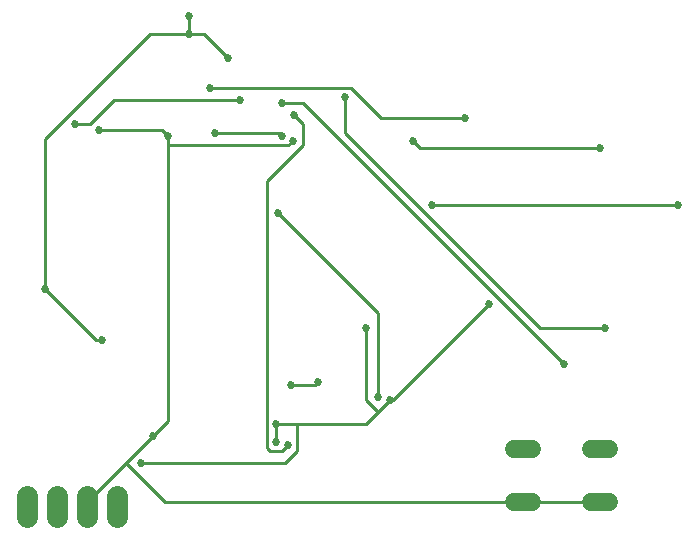
<source format=gbl>
G04 EAGLE Gerber RS-274X export*
G75*
%MOMM*%
%FSLAX34Y34*%
%LPD*%
%INBottom Copper*%
%IPPOS*%
%AMOC8*
5,1,8,0,0,1.08239X$1,22.5*%
G01*
%ADD10C,1.524000*%
%ADD11C,1.800000*%
%ADD12C,0.254000*%
%ADD13C,0.685800*%


D10*
X549148Y88646D02*
X564388Y88646D01*
X564388Y43434D02*
X549148Y43434D01*
X614172Y88646D02*
X629412Y88646D01*
X629412Y43434D02*
X614172Y43434D01*
D11*
X137160Y48370D02*
X137160Y30370D01*
X162560Y30370D02*
X162560Y48370D01*
X187960Y48370D02*
X187960Y30370D01*
X213360Y30370D02*
X213360Y48370D01*
D12*
X256540Y111760D02*
X256540Y345440D01*
X256540Y353060D01*
X220980Y76200D02*
X187960Y43180D01*
X220980Y76200D02*
X243840Y99060D01*
X256540Y111760D01*
X187960Y43180D02*
X187960Y39370D01*
X358140Y345440D02*
X361950Y349250D01*
X358140Y345440D02*
X256540Y345440D01*
X251460Y358140D02*
X198120Y358140D01*
X251460Y358140D02*
X256540Y353060D01*
X254000Y43180D02*
X557022Y43180D01*
X254000Y43180D02*
X220980Y76200D01*
D13*
X256540Y353060D03*
X361950Y349250D03*
X198120Y358140D03*
X243840Y99060D03*
D12*
X556768Y43434D02*
X557022Y43180D01*
X556768Y43434D02*
X621792Y43434D01*
X347980Y93980D02*
X347980Y109220D01*
X424180Y109220D02*
X434340Y119380D01*
X444500Y129540D01*
X365760Y109220D02*
X347980Y109220D01*
X365760Y109220D02*
X424180Y109220D01*
X355600Y76200D02*
X233680Y76200D01*
X355600Y76200D02*
X365760Y86360D01*
X365760Y109220D01*
X424180Y129540D02*
X424180Y190500D01*
X424180Y129540D02*
X434340Y119380D01*
X447040Y129540D02*
X528320Y210820D01*
X447040Y129540D02*
X444500Y129540D01*
X287020Y439420D02*
X274320Y439420D01*
X287020Y439420D02*
X307340Y419100D01*
X152400Y350520D02*
X152400Y223520D01*
X152400Y350520D02*
X241300Y439420D01*
X274320Y439420D01*
X274320Y454660D01*
X200660Y180340D02*
X195580Y180340D01*
X152400Y223520D01*
D13*
X347980Y109220D03*
X347980Y93980D03*
X444500Y129540D03*
X233680Y76200D03*
X424180Y190500D03*
X528320Y210820D03*
X307340Y419100D03*
X274320Y439420D03*
X152400Y223520D03*
X274320Y454660D03*
X200660Y180340D03*
D12*
X360680Y142240D02*
X381000Y142240D01*
X383540Y144780D01*
D13*
X360680Y142240D03*
X383540Y144780D03*
D12*
X190500Y363220D02*
X177800Y363220D01*
X190500Y363220D02*
X210820Y383540D01*
X317500Y383540D01*
D13*
X177800Y363220D03*
X317500Y383540D03*
D12*
X434340Y203200D02*
X434340Y132080D01*
X434340Y203200D02*
X349250Y288290D01*
D13*
X434340Y132080D03*
X349250Y288290D03*
D12*
X358140Y91440D02*
X353060Y86360D01*
X342900Y86360D01*
X340360Y88900D01*
X340360Y314960D01*
X370840Y345440D01*
X370840Y363220D01*
X363220Y370840D01*
D13*
X358140Y91440D03*
X363220Y370840D03*
D12*
X370840Y381000D02*
X591820Y160020D01*
X370840Y381000D02*
X353060Y381000D01*
D13*
X591820Y160020D03*
X353060Y381000D03*
D12*
X350520Y355600D02*
X353060Y353060D01*
X350520Y355600D02*
X295910Y355600D01*
D13*
X353060Y353060D03*
X295910Y355600D03*
D12*
X436880Y368300D02*
X508000Y368300D01*
X436880Y368300D02*
X411480Y393700D01*
X292100Y393700D01*
D13*
X508000Y368300D03*
X292100Y393700D03*
D12*
X469900Y342900D02*
X622300Y342900D01*
X469900Y342900D02*
X463550Y349250D01*
D13*
X622300Y342900D03*
X463550Y349250D03*
D12*
X480060Y294640D02*
X688340Y294640D01*
D13*
X688340Y294640D03*
X480060Y294640D03*
D12*
X571500Y190500D02*
X626110Y190500D01*
X571500Y190500D02*
X406400Y355600D01*
X406400Y386080D01*
D13*
X626110Y190500D03*
X406400Y386080D03*
M02*

</source>
